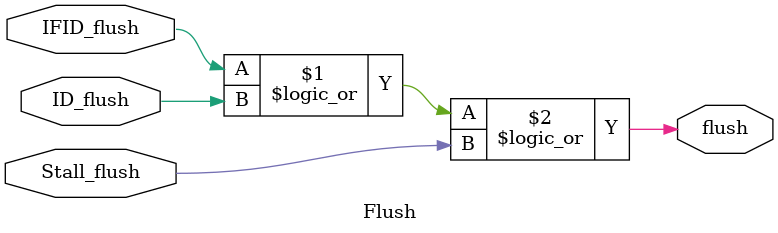
<source format=v>
module Flush (IFID_flush, ID_flush, Stall_flush, flush);
	input IFID_flush;
	input ID_flush;
	input Stall_flush;
	output flush;
	
	assign flush = IFID_flush || ID_flush || Stall_flush;
endmodule
</source>
